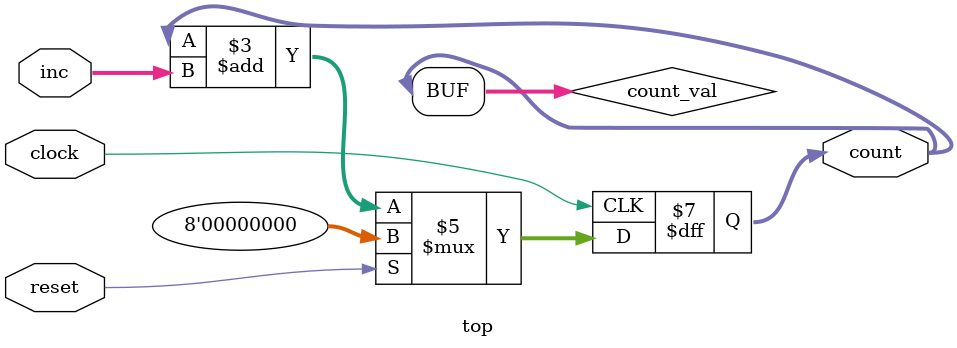
<source format=v>
module top (
    input wire clock,
    input wire reset,
    input wire [7:0] inc,
    output reg [7:0] count
);

wire [7:0] count_val;
wire [7:0] count_val2;

assign count_val = count;
assign count_val2 = count_val & {8{inc[0]}};

always @(posedge clock) begin
    if (reset) begin
        count <= 8'b0;
    end else begin
        count <= count + inc;
    end
end

endmodule

</source>
